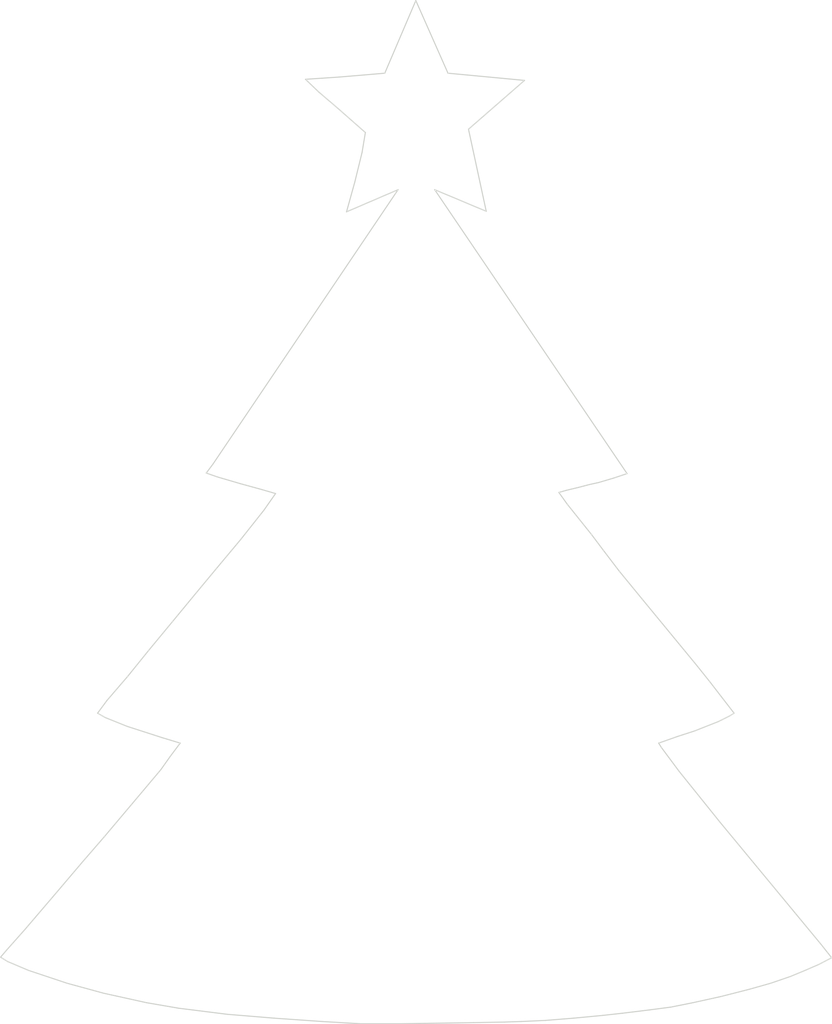
<source format=kicad_pcb>
(kicad_pcb (version 20211014) (generator pcbnew)

  (general
    (thickness 1.6)
  )

  (paper "A4")
  (layers
    (0 "F.Cu" signal)
    (31 "B.Cu" signal)
    (32 "B.Adhes" user "B.Adhesive")
    (33 "F.Adhes" user "F.Adhesive")
    (34 "B.Paste" user)
    (35 "F.Paste" user)
    (36 "B.SilkS" user "B.Silkscreen")
    (37 "F.SilkS" user "F.Silkscreen")
    (38 "B.Mask" user)
    (39 "F.Mask" user)
    (40 "Dwgs.User" user "User.Drawings")
    (41 "Cmts.User" user "User.Comments")
    (42 "Eco1.User" user "User.Eco1")
    (43 "Eco2.User" user "User.Eco2")
    (44 "Edge.Cuts" user)
    (45 "Margin" user)
    (46 "B.CrtYd" user "B.Courtyard")
    (47 "F.CrtYd" user "F.Courtyard")
    (48 "B.Fab" user)
    (49 "F.Fab" user)
    (50 "User.1" user)
    (51 "User.2" user)
    (52 "User.3" user)
    (53 "User.4" user)
    (54 "User.5" user)
    (55 "User.6" user)
    (56 "User.7" user)
    (57 "User.8" user)
    (58 "User.9" user)
  )

  (setup
    (pad_to_mask_clearance 0)
    (pcbplotparams
      (layerselection 0x00010fc_ffffffff)
      (disableapertmacros false)
      (usegerberextensions false)
      (usegerberattributes true)
      (usegerberadvancedattributes true)
      (creategerberjobfile true)
      (svguseinch false)
      (svgprecision 6)
      (excludeedgelayer true)
      (plotframeref false)
      (viasonmask false)
      (mode 1)
      (useauxorigin false)
      (hpglpennumber 1)
      (hpglpenspeed 20)
      (hpglpendiameter 15.000000)
      (dxfpolygonmode true)
      (dxfimperialunits true)
      (dxfusepcbnewfont true)
      (psnegative false)
      (psa4output false)
      (plotreference true)
      (plotvalue true)
      (plotinvisibletext false)
      (sketchpadsonfab false)
      (subtractmaskfromsilk false)
      (outputformat 1)
      (mirror false)
      (drillshape 1)
      (scaleselection 1)
      (outputdirectory "")
    )
  )

  (net 0 "")

  (gr_line (start 122.05 131.35) (end 119.15 130.85) (layer "Edge.Cuts") (width 0.1) (tstamp 040eeb9e-46b2-4980-b82d-88d60efd5e9f))
  (gr_line (start 136.4 50.2) (end 134.7 48.75) (layer "Edge.Cuts") (width 0.1) (tstamp 041e6d91-1ff5-4154-a81d-551bd2678dab))
  (gr_line (start 118.05 112.7) (end 120.45 109.85) (layer "Edge.Cuts") (width 0.1) (tstamp 05fb8eee-cfcd-467d-a8f4-c70caca5ceaf))
  (gr_line (start 129.75 86.45) (end 130.8 84.95) (layer "Edge.Cuts") (width 0.1) (tstamp 0727e21b-2dac-416a-b811-35112255a74d))
  (gr_line (start 146.35 47.05) (end 153.25 47.7) (layer "Edge.Cuts") (width 0.1) (tstamp 078febc3-6e7c-4da9-a2f4-288a922e88fe))
  (gr_line (start 119.15 130.85) (end 115.3 130) (layer "Edge.Cuts") (width 0.1) (tstamp 09253114-ef1e-4f7c-833e-d1834d05e9b3))
  (gr_line (start 136.5 47.4) (end 140.65 47.05) (layer "Edge.Cuts") (width 0.1) (tstamp 09cde3bb-54a8-41b6-8da2-b76ff60ee733))
  (gr_line (start 171.75 105) (end 170.75 105.5) (layer "Edge.Cuts") (width 0.1) (tstamp 0f93f61f-2ea8-4f85-8f5a-8765fd460c34))
  (gr_line (start 142.05 132.75) (end 138.45 132.75) (layer "Edge.Cuts") (width 0.1) (tstamp 10fdd6a1-f345-4f5c-8230-8ff1b223afc2))
  (gr_line (start 129.6 84.6) (end 127.6 84.05) (layer "Edge.Cuts") (width 0.1) (tstamp 17268abf-4954-4bf2-a90c-21d275b0f18c))
  (gr_line (start 120.45 109.85) (end 121.3 108.65) (layer "Edge.Cuts") (width 0.1) (tstamp 1a77b2a7-30fd-4e6e-a88d-b3fbf68b81fa))
  (gr_line (start 167.2 110) (end 170.9 114.6) (layer "Edge.Cuts") (width 0.1) (tstamp 203a8cc8-7541-4933-98b7-f37c7fa5d163))
  (gr_line (start 175.45 129.1) (end 173.5 129.65) (layer "Edge.Cuts") (width 0.1) (tstamp 24448553-0091-4116-9d12-831ac18b42ae))
  (gr_line (start 134.7 48.75) (end 133.5 47.6) (layer "Edge.Cuts") (width 0.1) (tstamp 27df373f-807a-41bc-a743-28be9deb04e6))
  (gr_line (start 152.95 132.55) (end 151.45 132.6) (layer "Edge.Cuts") (width 0.1) (tstamp 29d0ca62-174d-4df6-84be-a46293e5bba5))
  (gr_line (start 180.95 126.8) (end 179.8 127.4) (layer "Edge.Cuts") (width 0.1) (tstamp 2df48a86-22f1-44cb-9e6e-283f0b58062e))
  (gr_line (start 115.35 115.9) (end 118.05 112.7) (layer "Edge.Cuts") (width 0.1) (tstamp 2eb50824-ca6f-4a2f-bb01-8128d9f0b2f3))
  (gr_line (start 157.05 84.65) (end 156.35 84.85) (layer "Edge.Cuts") (width 0.1) (tstamp 321c60d5-19d8-4f00-bfdb-79247f961d4a))
  (gr_line (start 167.05 106.85) (end 165.35 107.45) (layer "Edge.Cuts") (width 0.1) (tstamp 369185fe-5d6b-440a-803a-3e517436f3e9))
  (gr_line (start 125.35 91.85) (end 127.65 89.1) (layer "Edge.Cuts") (width 0.1) (tstamp 38fd2b1a-eaa3-4058-acdf-79fa845f6cd9))
  (gr_line (start 125.55 83.45) (end 124.55 83.1) (layer "Edge.Cuts") (width 0.1) (tstamp 3c1f06ca-0db4-4f46-9de5-629f0a42242e))
  (gr_line (start 159.95 83.95) (end 159.05 84.15) (layer "Edge.Cuts") (width 0.1) (tstamp 46adbde6-4156-414c-a677-91a5d52c06f0))
  (gr_line (start 179.8 127.4) (end 178.65 127.9) (layer "Edge.Cuts") (width 0.1) (tstamp 47268d95-dac4-415b-881b-3f0fbf0b31c9))
  (gr_line (start 108.55 127.95) (end 106.65 127.15) (layer "Edge.Cuts") (width 0.1) (tstamp 5096f779-d40a-45b4-8e27-d733f3f6f43f))
  (gr_line (start 159.05 84.15) (end 158.1 84.4) (layer "Edge.Cuts") (width 0.1) (tstamp 52c67bfb-3c57-422e-8d95-2ce65bc81bcf))
  (gr_line (start 162.1 131.8) (end 160.3 132) (layer "Edge.Cuts") (width 0.1) (tstamp 53251dcb-6a85-4f86-ba86-8412aa7a491f))
  (gr_line (start 133.5 47.6) (end 135 47.5) (layer "Edge.Cuts") (width 0.1) (tstamp 537eac78-8150-46da-a60d-d74566d7b5f9))
  (gr_line (start 115.45 105.15) (end 114.75 104.75) (layer "Edge.Cuts") (width 0.1) (tstamp 548d2b1d-9058-4427-a075-506f31f257c6))
  (gr_line (start 160.35 90.05) (end 161.8 91.95) (layer "Edge.Cuts") (width 0.1) (tstamp 54a43dd5-b5e6-444d-bf86-e234588c253a))
  (gr_line (start 178.65 127.9) (end 177.2 128.5) (layer "Edge.Cuts") (width 0.1) (tstamp 58626e5f-43d4-4756-98a6-61c6b8a77d82))
  (gr_line (start 112 129.1) (end 108.55 127.95) (layer "Edge.Cuts") (width 0.1) (tstamp 58892a31-c3c6-4299-af1e-222fd7ec9228))
  (gr_line (start 162.5 83.15) (end 161.3 83.55) (layer "Edge.Cuts") (width 0.1) (tstamp 59069f0c-cc70-4d07-bc37-804dc3ea7664))
  (gr_line (start 153.25 47.7) (end 148.2 52.1) (layer "Edge.Cuts") (width 0.1) (tstamp 5db4c5c3-9e46-42dd-9b64-72e55324398b))
  (gr_line (start 173.5 129.65) (end 170.95 130.3) (layer "Edge.Cuts") (width 0.1) (tstamp 6003a44a-f48e-4ef8-9e61-5f06f4b7379f))
  (gr_line (start 165.6 107.85) (end 167.2 110) (layer "Edge.Cuts") (width 0.1) (tstamp 7041920c-99a4-4d0d-938c-091dd09c7c68))
  (gr_line (start 170.75 105.5) (end 168.6 106.35) (layer "Edge.Cuts") (width 0.1) (tstamp 721eb4df-7ef2-4132-86da-1fadc7f5b1fe))
  (gr_line (start 141.85 57.55) (end 137.2 59.55) (layer "Edge.Cuts") (width 0.1) (tstamp 72a4f81e-5e64-49fa-aa49-e86a3d9c8161))
  (gr_line (start 135 132.55) (end 130.7 132.25) (layer "Edge.Cuts") (width 0.1) (tstamp 74543e0c-18b0-49c1-b425-c9315fc34ed7))
  (gr_line (start 106.65 127.15) (end 106 126.75) (layer "Edge.Cuts") (width 0.1) (tstamp 76248bba-de73-4251-a455-0bbf638fa40b))
  (gr_line (start 119.35 99.1) (end 121.5 96.5) (layer "Edge.Cuts") (width 0.1) (tstamp 76ace028-6dce-4e9f-8982-82b7a820c0ec))
  (gr_line (start 155.15 132.45) (end 152.95 132.55) (layer "Edge.Cuts") (width 0.1) (tstamp 7b2509a5-9849-48ef-a7cc-d730e9a0d969))
  (gr_line (start 170.95 130.3) (end 168.45 130.85) (layer "Edge.Cuts") (width 0.1) (tstamp 7cfceaa8-72de-418e-8dbd-4db54299a1f2))
  (gr_line (start 138.6 54.2) (end 138.9 52.4) (layer "Edge.Cuts") (width 0.1) (tstamp 7d2b19f2-da73-4970-baf9-579673d99fd3))
  (gr_line (start 168.6 106.35) (end 167.05 106.85) (layer "Edge.Cuts") (width 0.1) (tstamp 8795da9e-a14f-447e-9957-e0a3e4837066))
  (gr_line (start 170.9 114.6) (end 180 125.6) (layer "Edge.Cuts") (width 0.1) (tstamp 8a754b57-a470-4762-8e1d-4631ba61afb8))
  (gr_line (start 151.45 132.6) (end 148.65 132.65) (layer "Edge.Cuts") (width 0.1) (tstamp 8bd78ee8-c45a-4da4-925c-93865bde3fae))
  (gr_line (start 161.3 83.55) (end 159.95 83.95) (layer "Edge.Cuts") (width 0.1) (tstamp 8c22ea36-9264-4e4e-bc1e-e8b0c0168743))
  (gr_line (start 122.2 107.45) (end 120.55 106.95) (layer "Edge.Cuts") (width 0.1) (tstamp 93654ce9-1f24-44c0-8a0b-aa8c816b2096))
  (gr_line (start 117.45 101.45) (end 119.35 99.1) (layer "Edge.Cuts") (width 0.1) (tstamp 948dfa56-bac9-4d53-bdce-9c13dc75b0d9))
  (gr_line (start 125.15 82.3) (end 141.85 57.55) (layer "Edge.Cuts") (width 0.1) (tstamp 9491b4b5-ec13-42b1-a0d9-da2477c05b88))
  (gr_line (start 148.65 132.65) (end 142.05 132.75) (layer "Edge.Cuts") (width 0.1) (tstamp 965ab0b7-d65a-44a2-8e1f-b2c16d75f217))
  (gr_line (start 135 47.5) (end 136.5 47.4) (layer "Edge.Cuts") (width 0.1) (tstamp 96c9b189-64b6-4746-a5b3-4c15f4b8ecf1))
  (gr_line (start 117.45 105.95) (end 115.45 105.15) (layer "Edge.Cuts") (width 0.1) (tstamp 973dd881-85aa-4ef4-886b-98d3b7b12937))
  (gr_line (start 126.45 131.9) (end 122.05 131.35) (layer "Edge.Cuts") (width 0.1) (tstamp 998da11c-d062-4450-9749-4c8f6f3f2c2c))
  (gr_line (start 161.8 91.95) (end 163.85 94.45) (layer "Edge.Cuts") (width 0.1) (tstamp 9a3519d7-ebfa-46a5-a572-5252a6310af5))
  (gr_line (start 110.85 121.15) (end 113.4 118.15) (layer "Edge.Cuts") (width 0.1) (tstamp 9b3785c7-8b6f-43bc-8e54-b37724f649b5))
  (gr_line (start 138.9 52.4) (end 136.4 50.2) (layer "Edge.Cuts") (width 0.1) (tstamp 9ff62801-3e50-4585-8a8f-61733f8ac4bb))
  (gr_line (start 143.45 40.5) (end 146.35 47.05) (layer "Edge.Cuts") (width 0.1) (tstamp a016aaa5-6230-4802-a64e-c1b910c4a95c))
  (gr_line (start 168.45 130.85) (end 166.45 131.25) (layer "Edge.Cuts") (width 0.1) (tstamp a4542a53-4a1f-4eae-8dc2-7a78cce35bf9))
  (gr_line (start 106 126.75) (end 106.6 126.05) (layer "Edge.Cuts") (width 0.1) (tstamp a66ae5a0-1026-4e58-8b7d-a865e1e240b4))
  (gr_line (start 120.55 106.95) (end 117.45 105.95) (layer "Edge.Cuts") (width 0.1) (tstamp a8da00d0-d572-4e51-b97a-9a4b53488660))
  (gr_line (start 124.55 83.1) (end 125.15 82.3) (layer "Edge.Cuts") (width 0.1) (tstamp a9cc9122-0c5d-492f-a732-d8fe9ef5c243))
  (gr_line (start 157.65 132.25) (end 155.15 132.45) (layer "Edge.Cuts") (width 0.1) (tstamp ac81da83-cee3-4868-8997-b2c411cc5153))
  (gr_line (start 159.3 88.65) (end 160.35 90.05) (layer "Edge.Cuts") (width 0.1) (tstamp ae067728-8d16-4b82-a6f3-653d5bbbcfdc))
  (gr_line (start 114.75 104.75) (end 115.6 103.6) (layer "Edge.Cuts") (width 0.1) (tstamp b2548020-3ce4-4fdc-9a64-8fcd2e6de413))
  (gr_line (start 121.3 108.65) (end 122.2 107.45) (layer "Edge.Cuts") (width 0.1) (tstamp b46d580e-d007-4471-968e-9b11c7c60662))
  (gr_line (start 127.6 84.05) (end 125.55 83.45) (layer "Edge.Cuts") (width 0.1) (tstamp b691f0fd-ff15-4885-b305-74ac70172ae5))
  (gr_line (start 127.65 89.1) (end 129.75 86.45) (layer "Edge.Cuts") (width 0.1) (tstamp b6e5dda2-21c6-4b02-b7ec-d845d81507f8))
  (gr_line (start 121.5 96.5) (end 123.4 94.2) (layer "Edge.Cuts") (width 0.1) (tstamp b993f1e1-6ce3-4d4a-90a7-631d6ca6854b))
  (gr_line (start 137.2 59.55) (end 137.95 56.85) (layer "Edge.Cuts") (width 0.1) (tstamp bc6c704f-3b0c-4ee3-be15-f5ed69a3b01e))
  (gr_line (start 165.35 107.45) (end 165.6 107.85) (layer "Edge.Cuts") (width 0.1) (tstamp bd10fc02-e6bb-496d-ae77-e3bb0474b7d6))
  (gr_line (start 137.95 56.85) (end 138.6 54.2) (layer "Edge.Cuts") (width 0.1) (tstamp be9381d7-d484-4ee1-abd6-9b3c6d217da7))
  (gr_line (start 130.8 84.95) (end 129.6 84.6) (layer "Edge.Cuts") (width 0.1) (tstamp bf09afc7-1fc3-4278-b87c-97caa8bc14b2))
  (gr_line (start 180 125.6) (end 180.95 126.8) (layer "Edge.Cuts") (width 0.1) (tstamp bf42dd51-22cf-4e5e-9007-71e0c0d8d4b5))
  (gr_line (start 140.65 47.05) (end 143.45 40.5) (layer "Edge.Cuts") (width 0.1) (tstamp c1b5cbb5-7860-48af-a3e3-4ea3ee59cd0e))
  (gr_line (start 130.7 132.25) (end 126.45 131.9) (layer "Edge.Cuts") (width 0.1) (tstamp c3074552-ecb7-427b-8ceb-1f439eefd614))
  (gr_line (start 177.2 128.5) (end 175.45 129.1) (layer "Edge.Cuts") (width 0.1) (tstamp c4ec73ad-9bc8-462b-a8cc-431f6a96a3ce))
  (gr_line (start 164.55 131.5) (end 162.1 131.8) (layer "Edge.Cuts") (width 0.1) (tstamp c9443c75-ddca-4b76-aa19-68eeb37d001d))
  (gr_line (start 172.15 104.75) (end 171.75 105) (layer "Edge.Cuts") (width 0.1) (tstamp ca139955-ae4a-4f12-baae-1edc1b1ba6cf))
  (gr_line (start 160.3 132) (end 157.65 132.25) (layer "Edge.Cuts") (width 0.1) (tstamp ce2d6442-a5b2-4bd3-a41a-8c6f8ff153ea))
  (gr_line (start 156.35 84.85) (end 157.1 85.9) (layer "Edge.Cuts") (width 0.1) (tstamp d38de86f-b66a-45cb-97d8-99b3fb04d582))
  (gr_line (start 138.45 132.75) (end 135 132.55) (layer "Edge.Cuts") (width 0.1) (tstamp d8653329-97ef-427c-b466-caa2469c196f))
  (gr_line (start 166.45 131.25) (end 164.55 131.5) (layer "Edge.Cuts") (width 0.1) (tstamp da32b5f4-f109-4fd8-8f56-c7dd14dc7f1a))
  (gr_line (start 115.6 103.6) (end 117.45 101.45) (layer "Edge.Cuts") (width 0.1) (tstamp daa022d3-e3a6-4690-b5ff-395e88902025))
  (gr_line (start 149.8 59.5) (end 145.15 57.55) (layer "Edge.Cuts") (width 0.1) (tstamp e12dcb7c-fa73-4965-a4ec-4ba2a9fc8fce))
  (gr_line (start 145.15 57.55) (end 162.5 83.15) (layer "Edge.Cuts") (width 0.1) (tstamp e3c1c3a4-e390-4b61-b2c1-3df48b32849d))
  (gr_line (start 106.6 126.05) (end 108.2 124.25) (layer "Edge.Cuts") (width 0.1) (tstamp e79f0671-f01d-45ed-880e-82be7512c2d1))
  (gr_line (start 169.95 101.9) (end 172.15 104.75) (layer "Edge.Cuts") (width 0.1) (tstamp eda150eb-dc49-412b-b8fa-76e6827f46d6))
  (gr_line (start 163.85 94.45) (end 168.75 100.4) (layer "Edge.Cuts") (width 0.1) (tstamp ee69d709-4f6a-4766-a15a-1522a72adba3))
  (gr_line (start 158.1 84.4) (end 157.05 84.65) (layer "Edge.Cuts") (width 0.1) (tstamp ef8a8d4c-657f-4aae-85e6-5f6192a6e19d))
  (gr_line (start 157.1 85.9) (end 159.3 88.65) (layer "Edge.Cuts") (width 0.1) (tstamp f1e40618-11fa-47d1-8f59-e60e06bc0f15))
  (gr_line (start 123.4 94.2) (end 125.35 91.85) (layer "Edge.Cuts") (width 0.1) (tstamp f3123564-7b39-4153-9b11-896906af3e6a))
  (gr_line (start 168.75 100.4) (end 169.95 101.9) (layer "Edge.Cuts") (width 0.1) (tstamp f7d56f17-9f7c-4c5b-a141-70467dad6c98))
  (gr_line (start 113.4 118.15) (end 115.35 115.9) (layer "Edge.Cuts") (width 0.1) (tstamp f84ab69f-6ecc-4a89-8e11-2f65d79eced1))
  (gr_line (start 108.2 124.25) (end 110.85 121.15) (layer "Edge.Cuts") (width 0.1) (tstamp fb4ec8c3-d2ba-4618-aa70-8c7e2404430c))
  (gr_line (start 148.2 52.1) (end 149.8 59.5) (layer "Edge.Cuts") (width 0.1) (tstamp fd6ae284-86b6-49e9-abf6-64b463f955c1))
  (gr_line (start 115.3 130) (end 112 129.1) (layer "Edge.Cuts") (width 0.1) (tstamp fe3ba7b8-81c3-4a5a-ae1e-f2f16daf28ce))

)

</source>
